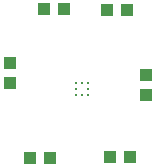
<source format=gtp>
G75*
%MOIN*%
%OFA0B0*%
%FSLAX24Y24*%
%IPPOS*%
%LPD*%
%AMOC8*
5,1,8,0,0,1.08239X$1,22.5*
%
%ADD10C,0.0120*%
%ADD11R,0.0433X0.0394*%
%ADD12R,0.0394X0.0433*%
D10*
X004327Y003236D03*
X004524Y003236D03*
X004721Y003236D03*
X004721Y003433D03*
X004721Y003630D03*
X004524Y003630D03*
X004327Y003630D03*
X004327Y003433D03*
D11*
X002792Y001119D03*
X003461Y001119D03*
X005434Y001161D03*
X006103Y001161D03*
X006001Y006041D03*
X005331Y006041D03*
X003910Y006075D03*
X003241Y006075D03*
D12*
X002100Y004284D03*
X002100Y003615D03*
X006631Y003890D03*
X006631Y003221D03*
M02*

</source>
